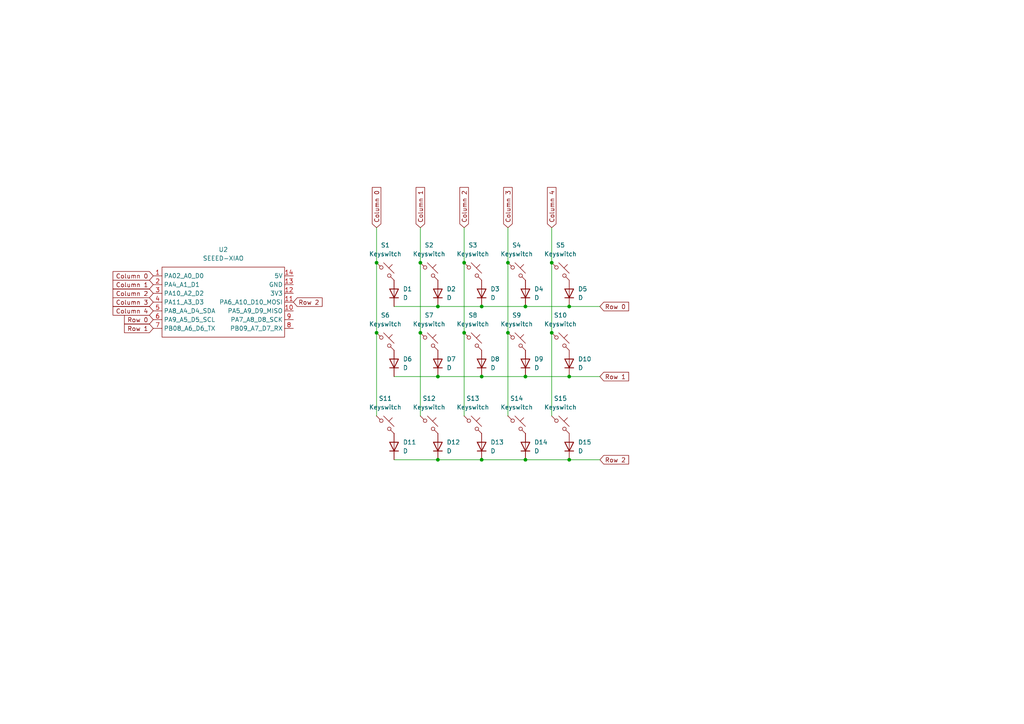
<source format=kicad_sch>
(kicad_sch (version 20231120) (generator "eeschema") (generator_version "8.0")
  (paper "A4")
  (lib_symbols
    (symbol "Device:D" (pin_numbers hide) (pin_names (offset 1.016) hide)
      (property "Reference" "D" (at 0 2.54 0))
      (property "Value" "D" (at 0 -2.54 0))
      (symbol "D_0_1"
        (polyline (pts (xy -1.27 1.27) (xy -1.27 -1.27)) (stroke (width 0.254)))
        (polyline (pts (xy 1.27 0) (xy -1.27 0)))
        (polyline (pts (xy 1.27 1.27) (xy 1.27 -1.27) (xy -1.27 0) (xy 1.27 1.27)) (stroke (width 0.254)))
      )
      (symbol "D_1_1"
        (pin passive line (at -3.81 0 0) (length 2.54) (name "K") (number "1"))
        (pin passive line (at 3.81 0 180) (length 2.54) (name "A") (number "2"))
      )
    )
    (symbol "ScottoKeebs:Placeholder_Keyswitch" (pin_numbers hide) (pin_names (offset 1.016) hide)
      (property "Reference" "S" (at 3.048 1.016 0))
      (property "Value" "Keyswitch" (at 0 -3.81 0))
      (symbol "Placeholder_Keyswitch_0_1"
        (circle (center -1.1684 1.1684) (radius 0.508))
        (polyline (pts (xy -0.508 2.54) (xy 2.54 -0.508)))
        (polyline (pts (xy 1.016 1.016) (xy 2.032 2.032)))
        (polyline (pts (xy -2.54 2.54) (xy -1.524 1.524) (xy -1.524 1.524)))
        (polyline (pts (xy 1.524 -1.524) (xy 2.54 -2.54) (xy 2.54 -2.54) (xy 2.54 -2.54)))
        (circle (center 1.143 -1.1938) (radius 0.508))
        (pin passive line (at -2.54 2.54 0) (length 0) (name "1") (number "1"))
        (pin passive line (at 2.54 -2.54 180) (length 0) (name "2") (number "2"))
      )
    )
    (symbol "XIAO_RP2040:MOUDLE-SEEEDUINO-XIAO"
      (property "Reference" "U" (at -16.51 11.43 0))
      (property "Value" "MOUDLE-SEEEDUINO-XIAO" (at -3.81 -11.43 0))
      (symbol "MOUDLE-SEEEDUINO-XIAO_0_1"
        (rectangle (start -16.51 10.16) (end 19.05 -10.16))
      )
      (symbol "MOUDLE-SEEEDUINO-XIAO_1_1"
        (pin passive line (at -19.05 7.62 0) (length 2.54) (name "PA02_A0_D0") (number "1"))
        (pin passive line (at 21.59 -2.54 180) (length 2.54) (name "PA5_A9_D9_MISO") (number "10"))
        (pin passive line (at 21.59 0 180) (length 2.54) (name "PA6_A10_D10_MOSI") (number "11"))
        (pin passive line (at 21.59 2.54 180) (length 2.54) (name "3V3") (number "12"))
        (pin passive line (at 21.59 5.08 180) (length 2.54) (name "GND") (number "13"))
        (pin passive line (at 21.59 7.62 180) (length 2.54) (name "5V") (number "14"))
        (pin passive line (at -19.05 5.08 0) (length 2.54) (name "PA4_A1_D1") (number "2"))
        (pin passive line (at -19.05 2.54 0) (length 2.54) (name "PA10_A2_D2") (number "3"))
        (pin passive line (at -19.05 0 0) (length 2.54) (name "PA11_A3_D3") (number "4"))
        (pin passive line (at -19.05 -2.54 0) (length 2.54) (name "PA8_A4_D4_SDA") (number "5"))
        (pin passive line (at -19.05 -5.08 0) (length 2.54) (name "PA9_A5_D5_SCL") (number "6"))
        (pin passive line (at -19.05 -7.62 0) (length 2.54) (name "PB08_A6_D6_TX") (number "7"))
        (pin passive line (at 21.59 -7.62 180) (length 2.54) (name "PB09_A7_D7_RX") (number "8"))
        (pin passive line (at 21.59 -5.08 180) (length 2.54) (name "PA7_A8_D8_SCK") (number "9"))
      )
    )
  )
  (junction (at 127 109.22))
  (junction (at 121.92 76.2))
  (junction (at 139.7 109.22))
  (junction (at 134.62 76.2))
  (junction (at 139.7 133.35))
  (junction (at 127 133.35))
  (junction (at 109.22 96.52))
  (junction (at 147.32 76.2))
  (junction (at 152.4 133.35))
  (junction (at 165.1 88.9))
  (junction (at 139.7 88.9))
  (junction (at 160.02 96.52))
  (junction (at 147.32 96.52))
  (junction (at 160.02 76.2))
  (junction (at 109.22 76.2))
  (junction (at 121.92 96.52))
  (junction (at 134.62 96.52))
  (junction (at 165.1 109.22))
  (junction (at 127 88.9))
  (junction (at 152.4 88.9))
  (junction (at 152.4 109.22))
  (junction (at 165.1 133.35))
  (wire (pts (xy 160.02 96.52) (xy 160.02 120.65)))
  (wire (pts (xy 109.22 66.04) (xy 109.22 76.2)))
  (wire (pts (xy 139.7 133.35) (xy 152.4 133.35)))
  (wire (pts (xy 127 109.22) (xy 139.7 109.22)))
  (wire (pts (xy 160.02 66.04) (xy 160.02 76.2)))
  (wire (pts (xy 147.32 96.52) (xy 147.32 120.65)))
  (wire (pts (xy 160.02 76.2) (xy 160.02 96.52)))
  (wire (pts (xy 127 133.35) (xy 139.7 133.35)))
  (wire (pts (xy 134.62 76.2) (xy 134.62 96.52)))
  (wire (pts (xy 152.4 88.9) (xy 165.1 88.9)))
  (wire (pts (xy 147.32 76.2) (xy 147.32 96.52)))
  (wire (pts (xy 127 88.9) (xy 139.7 88.9)))
  (wire (pts (xy 173.99 109.22) (xy 165.1 109.22)))
  (wire (pts (xy 121.92 96.52) (xy 121.92 120.65)))
  (wire (pts (xy 152.4 109.22) (xy 165.1 109.22)))
  (wire (pts (xy 139.7 109.22) (xy 152.4 109.22)))
  (wire (pts (xy 109.22 76.2) (xy 109.22 96.52)))
  (wire (pts (xy 139.7 88.9) (xy 152.4 88.9)))
  (wire (pts (xy 114.3 109.22) (xy 127 109.22)))
  (wire (pts (xy 121.92 66.04) (xy 121.92 76.2)))
  (wire (pts (xy 173.99 133.35) (xy 165.1 133.35)))
  (wire (pts (xy 134.62 96.52) (xy 134.62 120.65)))
  (wire (pts (xy 134.62 66.04) (xy 134.62 76.2)))
  (wire (pts (xy 114.3 133.35) (xy 127 133.35)))
  (wire (pts (xy 147.32 66.04) (xy 147.32 76.2)))
  (wire (pts (xy 109.22 96.52) (xy 109.22 120.65)))
  (wire (pts (xy 121.92 76.2) (xy 121.92 96.52)))
  (wire (pts (xy 173.99 88.9) (xy 165.1 88.9)))
  (wire (pts (xy 152.4 133.35) (xy 165.1 133.35)))
  (wire (pts (xy 114.3 88.9) (xy 127 88.9)))
  (global_label "Row 0" (shape input) (at 44.45 92.71 180) (property "Intersheetrefs" "${INTERSHEET_REFS}" (effects (hide yes))))
  (global_label "Column 1" (shape input) (at 44.45 82.55 180) (property "Intersheetrefs" "${INTERSHEET_REFS}" (effects (hide yes))))
  (global_label "Column 2" (shape input) (at 134.62 66.04 90) (property "Intersheetrefs" "${INTERSHEET_REFS}" (effects (hide yes))))
  (global_label "Column 2" (shape input) (at 44.45 85.09 180) (property "Intersheetrefs" "${INTERSHEET_REFS}" (effects (hide yes))))
  (global_label "Row 2" (shape input) (at 85.09 87.63 0) (property "Intersheetrefs" "${INTERSHEET_REFS}" (effects (hide yes))))
  (global_label "Column 4" (shape input) (at 160.02 66.04 90) (property "Intersheetrefs" "${INTERSHEET_REFS}" (effects (hide yes))))
  (global_label "Row 1" (shape input) (at 173.99 109.22 0) (property "Intersheetrefs" "${INTERSHEET_REFS}" (effects (hide yes))))
  (global_label "Column 0" (shape input) (at 44.45 80.01 180) (property "Intersheetrefs" "${INTERSHEET_REFS}" (effects (hide yes))))
  (global_label "Column 3" (shape input) (at 44.45 87.63 180) (property "Intersheetrefs" "${INTERSHEET_REFS}" (effects (hide yes))))
  (global_label "Column 1" (shape input) (at 121.92 66.04 90) (property "Intersheetrefs" "${INTERSHEET_REFS}" (effects (hide yes))))
  (global_label "Row 0" (shape input) (at 173.99 88.9 0) (property "Intersheetrefs" "${INTERSHEET_REFS}" (effects (hide yes))))
  (global_label "Column 0" (shape input) (at 109.22 66.04 90) (property "Intersheetrefs" "${INTERSHEET_REFS}" (effects (hide yes))))
  (global_label "Column 3" (shape input) (at 147.32 66.04 90) (property "Intersheetrefs" "${INTERSHEET_REFS}" (effects (hide yes))))
  (global_label "Row 1" (shape input) (at 44.45 95.25 180) (property "Intersheetrefs" "${INTERSHEET_REFS}" (effects (hide yes))))
  (global_label "Row 2" (shape input) (at 173.99 133.35 0) (property "Intersheetrefs" "${INTERSHEET_REFS}" (effects (hide yes))))
  (global_label "Column 4" (shape input) (at 44.45 90.17 180) (property "Intersheetrefs" "${INTERSHEET_REFS}" (effects (hide yes))))
  (symbol (lib_id "Device:D") (at 152.4 105.41 90) (unit 1)
    (property "Reference" "D9" (at 154.94 104.1399 90) (effects (justify right)))
    (property "Value" "D" (at 154.94 106.6799 90) (effects (justify right)))
    (property "Footprint" "ScottoKeebs_Components:Diode_DO-35" (effects (hide yes)))
    (property "Description" "Diode" (effects (hide yes)))
    (property "Sim.Device" "D" (effects (hide yes)))
    (property "Sim.Pins" "1=K 2=A" (effects (hide yes)))
  )
  (symbol (lib_id "ScottoKeebs:Placeholder_Keyswitch") (at 124.46 123.19 0) (unit 1)
    (property "Reference" "S12" (at 124.46 115.57 0))
    (property "Value" "Keyswitch" (at 124.46 118.11 0))
    (property "Footprint" "ScottoKeebs_MX:MX_PCB_1.00u" (effects (hide yes)))
    (property "Description" "Push button switch, normally open, two pins, 45° tilted" (effects (hide yes)))
  )
  (symbol (lib_id "ScottoKeebs:Placeholder_Keyswitch") (at 162.56 99.06 0) (unit 1)
    (property "Reference" "S10" (at 162.56 91.44 0))
    (property "Value" "Keyswitch" (at 162.56 93.98 0))
    (property "Footprint" "ScottoKeebs_MX:MX_PCB_1.00u" (effects (hide yes)))
    (property "Description" "Push button switch, normally open, two pins, 45° tilted" (effects (hide yes)))
  )
  (symbol (lib_id "Device:D") (at 152.4 129.54 90) (unit 1)
    (property "Reference" "D14" (at 154.94 128.2699 90) (effects (justify right)))
    (property "Value" "D" (at 154.94 130.8099 90) (effects (justify right)))
    (property "Footprint" "ScottoKeebs_Components:Diode_DO-35" (effects (hide yes)))
    (property "Description" "Diode" (effects (hide yes)))
    (property "Sim.Device" "D" (effects (hide yes)))
    (property "Sim.Pins" "1=K 2=A" (effects (hide yes)))
  )
  (symbol (lib_id "Device:D") (at 139.7 105.41 90) (unit 1)
    (property "Reference" "D8" (at 142.24 104.1399 90) (effects (justify right)))
    (property "Value" "D" (at 142.24 106.6799 90) (effects (justify right)))
    (property "Footprint" "ScottoKeebs_Components:Diode_DO-35" (effects (hide yes)))
    (property "Description" "Diode" (effects (hide yes)))
    (property "Sim.Device" "D" (effects (hide yes)))
    (property "Sim.Pins" "1=K 2=A" (effects (hide yes)))
  )
  (symbol (lib_id "ScottoKeebs:Placeholder_Keyswitch") (at 111.76 123.19 0) (unit 1)
    (property "Reference" "S11" (at 111.76 115.57 0))
    (property "Value" "Keyswitch" (at 111.76 118.11 0))
    (property "Footprint" "ScottoKeebs_MX:MX_PCB_1.00u" (effects (hide yes)))
    (property "Description" "Push button switch, normally open, two pins, 45° tilted" (effects (hide yes)))
  )
  (symbol (lib_id "XIAO_RP2040:MOUDLE-SEEEDUINO-XIAO") (at 63.5 87.63 0) (unit 1)
    (property "Reference" "U2" (at 64.77 72.39 0))
    (property "Value" "SEEED-XIAO" (at 64.77 74.93 0))
    (property "Footprint" "footprints:XIAO-Generic-Hybrid-14P-2.54-21X17.8MM" (effects (hide yes)))
    (property "Datasheet" "https://wiki.seeedstudio.com/XIAO-RP2040/#hardware-overview" (effects (hide yes)))
    (property "Description" "Seeed Studio XIAO board (datasheet is for RP2040, supports more boards)" (effects (hide yes)))
  )
  (symbol (lib_id "Device:D") (at 114.3 105.41 90) (unit 1)
    (property "Reference" "D6" (at 116.84 104.1399 90) (effects (justify right)))
    (property "Value" "D" (at 116.84 106.6799 90) (effects (justify right)))
    (property "Footprint" "ScottoKeebs_Components:Diode_DO-35" (effects (hide yes)))
    (property "Description" "Diode" (effects (hide yes)))
    (property "Sim.Device" "D" (effects (hide yes)))
    (property "Sim.Pins" "1=K 2=A" (effects (hide yes)))
  )
  (symbol (lib_id "ScottoKeebs:Placeholder_Keyswitch") (at 137.16 99.06 0) (unit 1)
    (property "Reference" "S8" (at 137.16 91.44 0))
    (property "Value" "Keyswitch" (at 137.16 93.98 0))
    (property "Footprint" "ScottoKeebs_MX:MX_PCB_1.00u" (effects (hide yes)))
    (property "Description" "Push button switch, normally open, two pins, 45° tilted" (effects (hide yes)))
  )
  (symbol (lib_id "ScottoKeebs:Placeholder_Keyswitch") (at 124.46 78.74 0) (unit 1)
    (property "Reference" "S2" (at 124.46 71.12 0))
    (property "Value" "Keyswitch" (at 124.46 73.66 0))
    (property "Footprint" "ScottoKeebs_MX:MX_PCB_1.00u" (effects (hide yes)))
    (property "Description" "Push button switch, normally open, two pins, 45° tilted" (effects (hide yes)))
  )
  (symbol (lib_id "Device:D") (at 152.4 85.09 90) (unit 1)
    (property "Reference" "D4" (at 154.94 83.8199 90) (effects (justify right)))
    (property "Value" "D" (at 154.94 86.3599 90) (effects (justify right)))
    (property "Footprint" "ScottoKeebs_Components:Diode_DO-35" (effects (hide yes)))
    (property "Description" "Diode" (effects (hide yes)))
    (property "Sim.Device" "D" (effects (hide yes)))
    (property "Sim.Pins" "1=K 2=A" (effects (hide yes)))
  )
  (symbol (lib_id "Device:D") (at 114.3 85.09 90) (unit 1)
    (property "Reference" "D1" (at 116.84 83.8199 90) (effects (justify right)))
    (property "Value" "D" (at 116.84 86.3599 90) (effects (justify right)))
    (property "Footprint" "ScottoKeebs_Components:Diode_DO-35" (effects (hide yes)))
    (property "Description" "Diode" (effects (hide yes)))
    (property "Sim.Device" "D" (effects (hide yes)))
    (property "Sim.Pins" "1=K 2=A" (effects (hide yes)))
  )
  (symbol (lib_id "ScottoKeebs:Placeholder_Keyswitch") (at 137.16 78.74 0) (unit 1)
    (property "Reference" "S3" (at 137.16 71.12 0))
    (property "Value" "Keyswitch" (at 137.16 73.66 0))
    (property "Footprint" "ScottoKeebs_MX:MX_PCB_1.00u" (effects (hide yes)))
    (property "Description" "Push button switch, normally open, two pins, 45° tilted" (effects (hide yes)))
  )
  (symbol (lib_id "ScottoKeebs:Placeholder_Keyswitch") (at 124.46 99.06 0) (unit 1)
    (property "Reference" "S7" (at 124.46 91.44 0))
    (property "Value" "Keyswitch" (at 124.46 93.98 0))
    (property "Footprint" "ScottoKeebs_MX:MX_PCB_1.00u" (effects (hide yes)))
    (property "Description" "Push button switch, normally open, two pins, 45° tilted" (effects (hide yes)))
  )
  (symbol (lib_id "ScottoKeebs:Placeholder_Keyswitch") (at 149.86 78.74 0) (unit 1)
    (property "Reference" "S4" (at 149.86 71.12 0))
    (property "Value" "Keyswitch" (at 149.86 73.66 0))
    (property "Footprint" "ScottoKeebs_MX:MX_PCB_1.00u" (effects (hide yes)))
    (property "Description" "Push button switch, normally open, two pins, 45° tilted" (effects (hide yes)))
  )
  (symbol (lib_id "ScottoKeebs:Placeholder_Keyswitch") (at 111.76 99.06 0) (unit 1)
    (property "Reference" "S6" (at 111.76 91.44 0))
    (property "Value" "Keyswitch" (at 111.76 93.98 0))
    (property "Footprint" "ScottoKeebs_MX:MX_PCB_1.00u" (effects (hide yes)))
    (property "Description" "Push button switch, normally open, two pins, 45° tilted" (effects (hide yes)))
  )
  (symbol (lib_id "ScottoKeebs:Placeholder_Keyswitch") (at 162.56 123.19 0) (unit 1)
    (property "Reference" "S15" (at 162.56 115.57 0))
    (property "Value" "Keyswitch" (at 162.56 118.11 0))
    (property "Footprint" "ScottoKeebs_MX:MX_PCB_1.00u" (effects (hide yes)))
    (property "Description" "Push button switch, normally open, two pins, 45° tilted" (effects (hide yes)))
  )
  (symbol (lib_id "Device:D") (at 165.1 85.09 90) (unit 1)
    (property "Reference" "D5" (at 167.64 83.8199 90) (effects (justify right)))
    (property "Value" "D" (at 167.64 86.3599 90) (effects (justify right)))
    (property "Footprint" "ScottoKeebs_Components:Diode_DO-35" (effects (hide yes)))
    (property "Description" "Diode" (effects (hide yes)))
    (property "Sim.Device" "D" (effects (hide yes)))
    (property "Sim.Pins" "1=K 2=A" (effects (hide yes)))
  )
  (symbol (lib_id "Device:D") (at 127 105.41 90) (unit 1)
    (property "Reference" "D7" (at 129.54 104.1399 90) (effects (justify right)))
    (property "Value" "D" (at 129.54 106.6799 90) (effects (justify right)))
    (property "Footprint" "ScottoKeebs_Components:Diode_DO-35" (effects (hide yes)))
    (property "Description" "Diode" (effects (hide yes)))
    (property "Sim.Device" "D" (effects (hide yes)))
    (property "Sim.Pins" "1=K 2=A" (effects (hide yes)))
  )
  (symbol (lib_id "Device:D") (at 165.1 105.41 90) (unit 1)
    (property "Reference" "D10" (at 167.64 104.1399 90) (effects (justify right)))
    (property "Value" "D" (at 167.64 106.6799 90) (effects (justify right)))
    (property "Footprint" "ScottoKeebs_Components:Diode_DO-35" (effects (hide yes)))
    (property "Description" "Diode" (effects (hide yes)))
    (property "Sim.Device" "D" (effects (hide yes)))
    (property "Sim.Pins" "1=K 2=A" (effects (hide yes)))
  )
  (symbol (lib_id "Device:D") (at 139.7 129.54 90) (unit 1)
    (property "Reference" "D13" (at 142.24 128.2699 90) (effects (justify right)))
    (property "Value" "D" (at 142.24 130.8099 90) (effects (justify right)))
    (property "Footprint" "ScottoKeebs_Components:Diode_DO-35" (effects (hide yes)))
    (property "Description" "Diode" (effects (hide yes)))
    (property "Sim.Device" "D" (effects (hide yes)))
    (property "Sim.Pins" "1=K 2=A" (effects (hide yes)))
  )
  (symbol (lib_id "ScottoKeebs:Placeholder_Keyswitch") (at 111.76 78.74 0) (unit 1)
    (property "Reference" "S1" (at 111.76 71.12 0))
    (property "Value" "Keyswitch" (at 111.76 73.66 0))
    (property "Footprint" "ScottoKeebs_MX:MX_PCB_1.00u" (effects (hide yes)))
    (property "Description" "Push button switch, normally open, two pins, 45° tilted" (effects (hide yes)))
  )
  (symbol (lib_id "ScottoKeebs:Placeholder_Keyswitch") (at 149.86 123.19 0) (unit 1)
    (property "Reference" "S14" (at 149.86 115.57 0))
    (property "Value" "Keyswitch" (at 149.86 118.11 0))
    (property "Footprint" "ScottoKeebs_MX:MX_PCB_1.00u" (effects (hide yes)))
    (property "Description" "Push button switch, normally open, two pins, 45° tilted" (effects (hide yes)))
  )
  (symbol (lib_id "Device:D") (at 114.3 129.54 90) (unit 1)
    (property "Reference" "D11" (at 116.84 128.2699 90) (effects (justify right)))
    (property "Value" "D" (at 116.84 130.8099 90) (effects (justify right)))
    (property "Footprint" "ScottoKeebs_Components:Diode_DO-35" (effects (hide yes)))
    (property "Description" "Diode" (effects (hide yes)))
    (property "Sim.Device" "D" (effects (hide yes)))
    (property "Sim.Pins" "1=K 2=A" (effects (hide yes)))
  )
  (symbol (lib_id "ScottoKeebs:Placeholder_Keyswitch") (at 137.16 123.19 0) (unit 1)
    (property "Reference" "S13" (at 137.16 115.57 0))
    (property "Value" "Keyswitch" (at 137.16 118.11 0))
    (property "Footprint" "ScottoKeebs_MX:MX_PCB_1.00u" (effects (hide yes)))
    (property "Description" "Push button switch, normally open, two pins, 45° tilted" (effects (hide yes)))
  )
  (symbol (lib_id "Device:D") (at 165.1 129.54 90) (unit 1)
    (property "Reference" "D15" (at 167.64 128.2699 90) (effects (justify right)))
    (property "Value" "D" (at 167.64 130.8099 90) (effects (justify right)))
    (property "Footprint" "ScottoKeebs_Components:Diode_DO-35" (effects (hide yes)))
    (property "Description" "Diode" (effects (hide yes)))
    (property "Sim.Device" "D" (effects (hide yes)))
    (property "Sim.Pins" "1=K 2=A" (effects (hide yes)))
  )
  (symbol (lib_id "ScottoKeebs:Placeholder_Keyswitch") (at 162.56 78.74 0) (unit 1)
    (property "Reference" "S5" (at 162.56 71.12 0))
    (property "Value" "Keyswitch" (at 162.56 73.66 0))
    (property "Footprint" "ScottoKeebs_MX:MX_PCB_1.00u" (effects (hide yes)))
    (property "Description" "Push button switch, normally open, two pins, 45° tilted" (effects (hide yes)))
  )
  (symbol (lib_id "Device:D") (at 127 129.54 90) (unit 1)
    (property "Reference" "D12" (at 129.54 128.2699 90) (effects (justify right)))
    (property "Value" "D" (at 129.54 130.8099 90) (effects (justify right)))
    (property "Footprint" "ScottoKeebs_Components:Diode_DO-35" (effects (hide yes)))
    (property "Description" "Diode" (effects (hide yes)))
    (property "Sim.Device" "D" (effects (hide yes)))
    (property "Sim.Pins" "1=K 2=A" (effects (hide yes)))
  )
  (symbol (lib_id "Device:D") (at 139.7 85.09 90) (unit 1)
    (property "Reference" "D3" (at 142.24 83.8199 90) (effects (justify right)))
    (property "Value" "D" (at 142.24 86.3599 90) (effects (justify right)))
    (property "Footprint" "ScottoKeebs_Components:Diode_DO-35" (effects (hide yes)))
    (property "Description" "Diode" (effects (hide yes)))
    (property "Sim.Device" "D" (effects (hide yes)))
    (property "Sim.Pins" "1=K 2=A" (effects (hide yes)))
  )
  (symbol (lib_id "Device:D") (at 127 85.09 90) (unit 1)
    (property "Reference" "D2" (at 129.54 83.8199 90) (effects (justify right)))
    (property "Value" "D" (at 129.54 86.3599 90) (effects (justify right)))
    (property "Footprint" "ScottoKeebs_Components:Diode_DO-35" (effects (hide yes)))
    (property "Description" "Diode" (effects (hide yes)))
    (property "Sim.Device" "D" (effects (hide yes)))
    (property "Sim.Pins" "1=K 2=A" (effects (hide yes)))
  )
  (symbol (lib_id "ScottoKeebs:Placeholder_Keyswitch") (at 149.86 99.06 0) (unit 1)
    (property "Reference" "S9" (at 149.86 91.44 0))
    (property "Value" "Keyswitch" (at 149.86 93.98 0))
    (property "Footprint" "ScottoKeebs_MX:MX_PCB_1.00u" (effects (hide yes)))
    (property "Description" "Push button switch, normally open, two pins, 45° tilted" (effects (hide yes)))
  )
)
</source>
